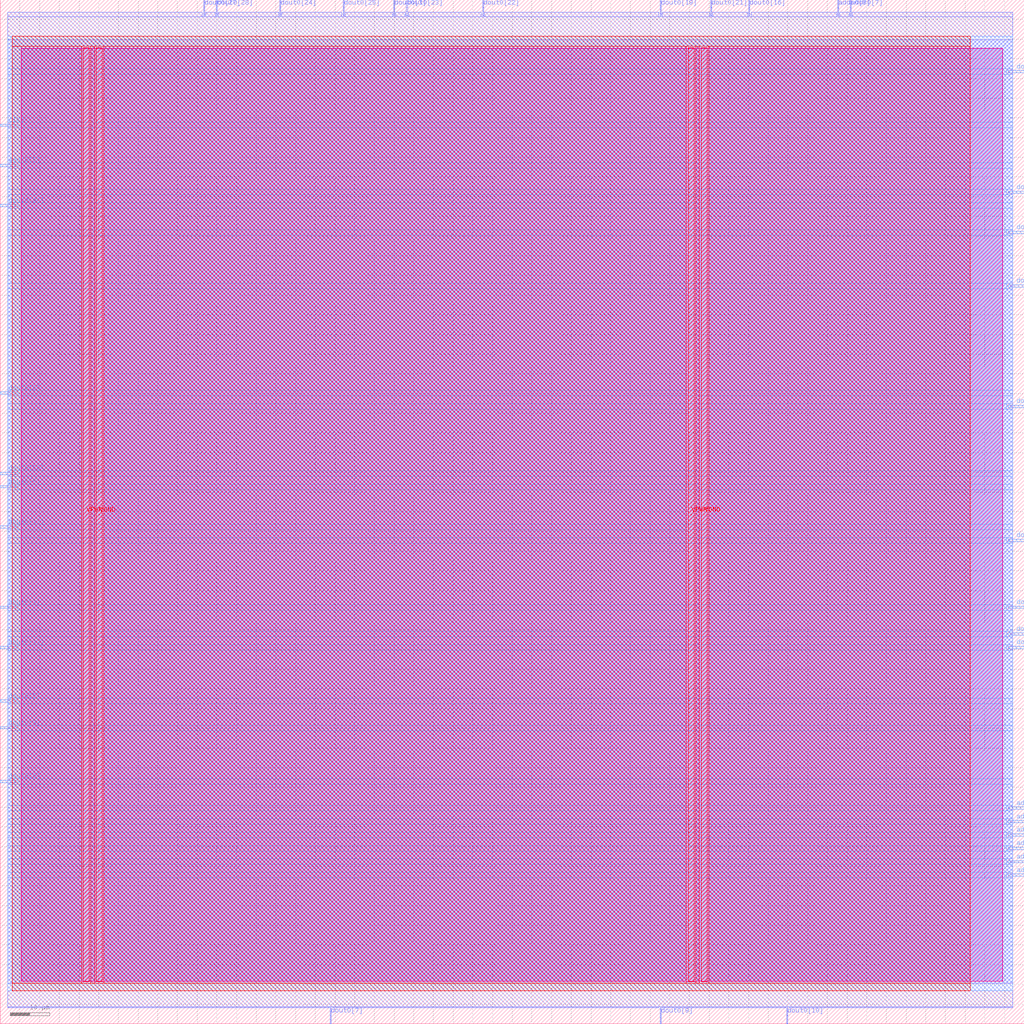
<source format=lef>
VERSION 5.7 ;
  NOWIREEXTENSIONATPIN ON ;
  DIVIDERCHAR "/" ;
  BUSBITCHARS "[]" ;
MACRO rom6
  CLASS BLOCK ;
  FOREIGN rom6 ;
  ORIGIN 0.000 0.000 ;
  SIZE 260.000 BY 260.000 ;
  PIN VGND
    DIRECTION INOUT ;
    USE GROUND ;
    PORT
      LAYER met4 ;
        RECT 24.340 10.640 25.940 247.760 ;
    END
    PORT
      LAYER met4 ;
        RECT 177.940 10.640 179.540 247.760 ;
    END
  END VGND
  PIN VPWR
    DIRECTION INOUT ;
    USE POWER ;
    PORT
      LAYER met4 ;
        RECT 21.040 10.640 22.640 247.760 ;
    END
    PORT
      LAYER met4 ;
        RECT 174.640 10.640 176.240 247.760 ;
    END
  END VPWR
  PIN addr0[0]
    DIRECTION INPUT ;
    USE SIGNAL ;
    ANTENNAGATEAREA 0.196500 ;
    PORT
      LAYER met3 ;
        RECT 256.000 37.440 260.000 38.040 ;
    END
  END addr0[0]
  PIN addr0[1]
    DIRECTION INPUT ;
    USE SIGNAL ;
    ANTENNAGATEAREA 0.196500 ;
    PORT
      LAYER met3 ;
        RECT 256.000 40.840 260.000 41.440 ;
    END
  END addr0[1]
  PIN addr0[2]
    DIRECTION INPUT ;
    USE SIGNAL ;
    ANTENNAGATEAREA 0.196500 ;
    PORT
      LAYER met3 ;
        RECT 256.000 44.240 260.000 44.840 ;
    END
  END addr0[2]
  PIN addr0[3]
    DIRECTION INPUT ;
    USE SIGNAL ;
    ANTENNAGATEAREA 0.126000 ;
    ANTENNADIFFAREA 0.434700 ;
    PORT
      LAYER met3 ;
        RECT 256.000 47.640 260.000 48.240 ;
    END
  END addr0[3]
  PIN addr0[4]
    DIRECTION INPUT ;
    USE SIGNAL ;
    ANTENNAGATEAREA 0.126000 ;
    PORT
      LAYER met3 ;
        RECT 256.000 51.040 260.000 51.640 ;
    END
  END addr0[4]
  PIN addr0[5]
    DIRECTION INPUT ;
    USE SIGNAL ;
    ANTENNAGATEAREA 0.196500 ;
    PORT
      LAYER met3 ;
        RECT 0.000 217.640 4.000 218.240 ;
    END
  END addr0[5]
  PIN addr0[6]
    DIRECTION INPUT ;
    USE SIGNAL ;
    ANTENNAGATEAREA 0.196500 ;
    PORT
      LAYER met3 ;
        RECT 256.000 54.440 260.000 55.040 ;
    END
  END addr0[6]
  PIN addr0[7]
    DIRECTION INPUT ;
    USE SIGNAL ;
    ANTENNAGATEAREA 0.196500 ;
    PORT
      LAYER met2 ;
        RECT 215.830 256.000 216.110 260.000 ;
    END
  END addr0[7]
  PIN addr0[8]
    DIRECTION INPUT ;
    USE SIGNAL ;
    ANTENNAGATEAREA 0.196500 ;
    PORT
      LAYER met2 ;
        RECT 212.610 256.000 212.890 260.000 ;
    END
  END addr0[8]
  PIN clk0
    DIRECTION INPUT ;
    USE SIGNAL ;
    ANTENNAGATEAREA 0.852000 ;
    PORT
      LAYER met3 ;
        RECT 0.000 227.840 4.000 228.440 ;
    END
  END clk0
  PIN dout0[0]
    DIRECTION OUTPUT ;
    USE SIGNAL ;
    ANTENNADIFFAREA 0.445500 ;
    PORT
      LAYER met3 ;
        RECT 0.000 61.240 4.000 61.840 ;
    END
  END dout0[0]
  PIN dout0[10]
    DIRECTION OUTPUT ;
    USE SIGNAL ;
    ANTENNADIFFAREA 0.445500 ;
    PORT
      LAYER met2 ;
        RECT 199.730 0.000 200.010 4.000 ;
    END
  END dout0[10]
  PIN dout0[11]
    DIRECTION OUTPUT ;
    USE SIGNAL ;
    ANTENNADIFFAREA 0.445500 ;
    PORT
      LAYER met3 ;
        RECT 256.000 156.440 260.000 157.040 ;
    END
  END dout0[11]
  PIN dout0[12]
    DIRECTION OUTPUT ;
    USE SIGNAL ;
    ANTENNADIFFAREA 0.445500 ;
    PORT
      LAYER met3 ;
        RECT 0.000 95.240 4.000 95.840 ;
    END
  END dout0[12]
  PIN dout0[13]
    DIRECTION OUTPUT ;
    USE SIGNAL ;
    ANTENNADIFFAREA 0.445500 ;
    PORT
      LAYER met3 ;
        RECT 0.000 125.840 4.000 126.440 ;
    END
  END dout0[13]
  PIN dout0[14]
    DIRECTION OUTPUT ;
    USE SIGNAL ;
    ANTENNADIFFAREA 0.445500 ;
    PORT
      LAYER met3 ;
        RECT 256.000 95.240 260.000 95.840 ;
    END
  END dout0[14]
  PIN dout0[15]
    DIRECTION OUTPUT ;
    USE SIGNAL ;
    ANTENNADIFFAREA 0.445500 ;
    PORT
      LAYER met3 ;
        RECT 256.000 122.440 260.000 123.040 ;
    END
  END dout0[15]
  PIN dout0[16]
    DIRECTION OUTPUT ;
    USE SIGNAL ;
    ANTENNADIFFAREA 0.795200 ;
    PORT
      LAYER met2 ;
        RECT 190.070 256.000 190.350 260.000 ;
    END
  END dout0[16]
  PIN dout0[17]
    DIRECTION OUTPUT ;
    USE SIGNAL ;
    ANTENNADIFFAREA 0.445500 ;
    PORT
      LAYER met3 ;
        RECT 256.000 105.440 260.000 106.040 ;
    END
  END dout0[17]
  PIN dout0[18]
    DIRECTION OUTPUT ;
    USE SIGNAL ;
    ANTENNADIFFAREA 0.445500 ;
    PORT
      LAYER met3 ;
        RECT 256.000 200.640 260.000 201.240 ;
    END
  END dout0[18]
  PIN dout0[19]
    DIRECTION OUTPUT ;
    USE SIGNAL ;
    ANTENNADIFFAREA 0.795200 ;
    PORT
      LAYER met2 ;
        RECT 167.530 256.000 167.810 260.000 ;
    END
  END dout0[19]
  PIN dout0[1]
    DIRECTION OUTPUT ;
    USE SIGNAL ;
    ANTENNADIFFAREA 0.445500 ;
    PORT
      LAYER met3 ;
        RECT 0.000 105.440 4.000 106.040 ;
    END
  END dout0[1]
  PIN dout0[20]
    DIRECTION OUTPUT ;
    USE SIGNAL ;
    ANTENNADIFFAREA 0.445500 ;
    PORT
      LAYER met3 ;
        RECT 256.000 187.040 260.000 187.640 ;
    END
  END dout0[20]
  PIN dout0[21]
    DIRECTION OUTPUT ;
    USE SIGNAL ;
    ANTENNADIFFAREA 0.795200 ;
    PORT
      LAYER met2 ;
        RECT 180.410 256.000 180.690 260.000 ;
    END
  END dout0[21]
  PIN dout0[22]
    DIRECTION OUTPUT ;
    USE SIGNAL ;
    ANTENNADIFFAREA 0.795200 ;
    PORT
      LAYER met2 ;
        RECT 122.450 256.000 122.730 260.000 ;
    END
  END dout0[22]
  PIN dout0[23]
    DIRECTION OUTPUT ;
    USE SIGNAL ;
    ANTENNADIFFAREA 0.795200 ;
    PORT
      LAYER met2 ;
        RECT 103.130 256.000 103.410 260.000 ;
    END
  END dout0[23]
  PIN dout0[24]
    DIRECTION OUTPUT ;
    USE SIGNAL ;
    ANTENNADIFFAREA 0.795200 ;
    PORT
      LAYER met2 ;
        RECT 70.930 256.000 71.210 260.000 ;
    END
  END dout0[24]
  PIN dout0[25]
    DIRECTION OUTPUT ;
    USE SIGNAL ;
    ANTENNADIFFAREA 0.795200 ;
    PORT
      LAYER met2 ;
        RECT 87.030 256.000 87.310 260.000 ;
    END
  END dout0[25]
  PIN dout0[26]
    DIRECTION OUTPUT ;
    USE SIGNAL ;
    ANTENNADIFFAREA 0.445500 ;
    PORT
      LAYER met3 ;
        RECT 0.000 207.440 4.000 208.040 ;
    END
  END dout0[26]
  PIN dout0[27]
    DIRECTION OUTPUT ;
    USE SIGNAL ;
    ANTENNADIFFAREA 0.795200 ;
    PORT
      LAYER met2 ;
        RECT 51.610 256.000 51.890 260.000 ;
    END
  END dout0[27]
  PIN dout0[28]
    DIRECTION OUTPUT ;
    USE SIGNAL ;
    ANTENNADIFFAREA 0.795200 ;
    PORT
      LAYER met2 ;
        RECT 54.830 256.000 55.110 260.000 ;
    END
  END dout0[28]
  PIN dout0[29]
    DIRECTION OUTPUT ;
    USE SIGNAL ;
    PORT
      LAYER met3 ;
        RECT 256.000 210.840 260.000 211.440 ;
    END
  END dout0[29]
  PIN dout0[2]
    DIRECTION OUTPUT ;
    USE SIGNAL ;
    ANTENNADIFFAREA 0.445500 ;
    PORT
      LAYER met3 ;
        RECT 0.000 81.640 4.000 82.240 ;
    END
  END dout0[2]
  PIN dout0[30]
    DIRECTION OUTPUT ;
    USE SIGNAL ;
    PORT
      LAYER met3 ;
        RECT 0.000 139.440 4.000 140.040 ;
    END
  END dout0[30]
  PIN dout0[31]
    DIRECTION OUTPUT ;
    USE SIGNAL ;
    PORT
      LAYER met3 ;
        RECT 256.000 241.440 260.000 242.040 ;
    END
  END dout0[31]
  PIN dout0[3]
    DIRECTION OUTPUT ;
    USE SIGNAL ;
    ANTENNADIFFAREA 0.795200 ;
    PORT
      LAYER met2 ;
        RECT 99.910 256.000 100.190 260.000 ;
    END
  END dout0[3]
  PIN dout0[4]
    DIRECTION OUTPUT ;
    USE SIGNAL ;
    ANTENNADIFFAREA 0.445500 ;
    PORT
      LAYER met3 ;
        RECT 256.000 98.640 260.000 99.240 ;
    END
  END dout0[4]
  PIN dout0[5]
    DIRECTION OUTPUT ;
    USE SIGNAL ;
    ANTENNADIFFAREA 0.445500 ;
    PORT
      LAYER met3 ;
        RECT 0.000 136.040 4.000 136.640 ;
    END
  END dout0[5]
  PIN dout0[6]
    DIRECTION OUTPUT ;
    USE SIGNAL ;
    ANTENNADIFFAREA 0.445500 ;
    PORT
      LAYER met3 ;
        RECT 0.000 159.840 4.000 160.440 ;
    END
  END dout0[6]
  PIN dout0[7]
    DIRECTION OUTPUT ;
    USE SIGNAL ;
    ANTENNADIFFAREA 0.445500 ;
    PORT
      LAYER met2 ;
        RECT 83.810 0.000 84.090 4.000 ;
    END
  END dout0[7]
  PIN dout0[8]
    DIRECTION OUTPUT ;
    USE SIGNAL ;
    ANTENNADIFFAREA 0.445500 ;
    PORT
      LAYER met3 ;
        RECT 0.000 74.840 4.000 75.440 ;
    END
  END dout0[8]
  PIN dout0[9]
    DIRECTION OUTPUT ;
    USE SIGNAL ;
    ANTENNADIFFAREA 0.445500 ;
    PORT
      LAYER met2 ;
        RECT 167.530 0.000 167.810 4.000 ;
    END
  END dout0[9]
  OBS
      LAYER nwell ;
        RECT 5.330 10.795 254.570 247.710 ;
      LAYER li1 ;
        RECT 5.520 10.795 254.380 247.605 ;
      LAYER met1 ;
        RECT 1.910 10.240 257.070 249.860 ;
      LAYER met2 ;
        RECT 1.930 255.720 51.330 256.770 ;
        RECT 52.170 255.720 54.550 256.770 ;
        RECT 55.390 255.720 70.650 256.770 ;
        RECT 71.490 255.720 86.750 256.770 ;
        RECT 87.590 255.720 99.630 256.770 ;
        RECT 100.470 255.720 102.850 256.770 ;
        RECT 103.690 255.720 122.170 256.770 ;
        RECT 123.010 255.720 167.250 256.770 ;
        RECT 168.090 255.720 180.130 256.770 ;
        RECT 180.970 255.720 189.790 256.770 ;
        RECT 190.630 255.720 212.330 256.770 ;
        RECT 213.170 255.720 215.550 256.770 ;
        RECT 216.390 255.720 257.050 256.770 ;
        RECT 1.930 4.280 257.050 255.720 ;
        RECT 1.930 4.000 83.530 4.280 ;
        RECT 84.370 4.000 167.250 4.280 ;
        RECT 168.090 4.000 199.450 4.280 ;
        RECT 200.290 4.000 257.050 4.280 ;
      LAYER met3 ;
        RECT 1.905 242.440 257.075 250.740 ;
        RECT 1.905 241.040 255.600 242.440 ;
        RECT 1.905 228.840 257.075 241.040 ;
        RECT 4.400 227.440 257.075 228.840 ;
        RECT 1.905 218.640 257.075 227.440 ;
        RECT 4.400 217.240 257.075 218.640 ;
        RECT 1.905 211.840 257.075 217.240 ;
        RECT 1.905 210.440 255.600 211.840 ;
        RECT 1.905 208.440 257.075 210.440 ;
        RECT 4.400 207.040 257.075 208.440 ;
        RECT 1.905 201.640 257.075 207.040 ;
        RECT 1.905 200.240 255.600 201.640 ;
        RECT 1.905 188.040 257.075 200.240 ;
        RECT 1.905 186.640 255.600 188.040 ;
        RECT 1.905 160.840 257.075 186.640 ;
        RECT 4.400 159.440 257.075 160.840 ;
        RECT 1.905 157.440 257.075 159.440 ;
        RECT 1.905 156.040 255.600 157.440 ;
        RECT 1.905 140.440 257.075 156.040 ;
        RECT 4.400 139.040 257.075 140.440 ;
        RECT 1.905 137.040 257.075 139.040 ;
        RECT 4.400 135.640 257.075 137.040 ;
        RECT 1.905 126.840 257.075 135.640 ;
        RECT 4.400 125.440 257.075 126.840 ;
        RECT 1.905 123.440 257.075 125.440 ;
        RECT 1.905 122.040 255.600 123.440 ;
        RECT 1.905 106.440 257.075 122.040 ;
        RECT 4.400 105.040 255.600 106.440 ;
        RECT 1.905 99.640 257.075 105.040 ;
        RECT 1.905 98.240 255.600 99.640 ;
        RECT 1.905 96.240 257.075 98.240 ;
        RECT 4.400 94.840 255.600 96.240 ;
        RECT 1.905 82.640 257.075 94.840 ;
        RECT 4.400 81.240 257.075 82.640 ;
        RECT 1.905 75.840 257.075 81.240 ;
        RECT 4.400 74.440 257.075 75.840 ;
        RECT 1.905 62.240 257.075 74.440 ;
        RECT 4.400 60.840 257.075 62.240 ;
        RECT 1.905 55.440 257.075 60.840 ;
        RECT 1.905 54.040 255.600 55.440 ;
        RECT 1.905 52.040 257.075 54.040 ;
        RECT 1.905 50.640 255.600 52.040 ;
        RECT 1.905 48.640 257.075 50.640 ;
        RECT 1.905 47.240 255.600 48.640 ;
        RECT 1.905 45.240 257.075 47.240 ;
        RECT 1.905 43.840 255.600 45.240 ;
        RECT 1.905 41.840 257.075 43.840 ;
        RECT 1.905 40.440 255.600 41.840 ;
        RECT 1.905 38.440 257.075 40.440 ;
        RECT 1.905 37.040 255.600 38.440 ;
        RECT 1.905 8.335 257.075 37.040 ;
      LAYER met4 ;
        RECT 3.055 248.160 246.265 250.745 ;
        RECT 3.055 10.240 20.640 248.160 ;
        RECT 23.040 10.240 23.940 248.160 ;
        RECT 26.340 10.240 174.240 248.160 ;
        RECT 176.640 10.240 177.540 248.160 ;
        RECT 179.940 10.240 246.265 248.160 ;
        RECT 3.055 8.335 246.265 10.240 ;
  END
END rom6
END LIBRARY


</source>
